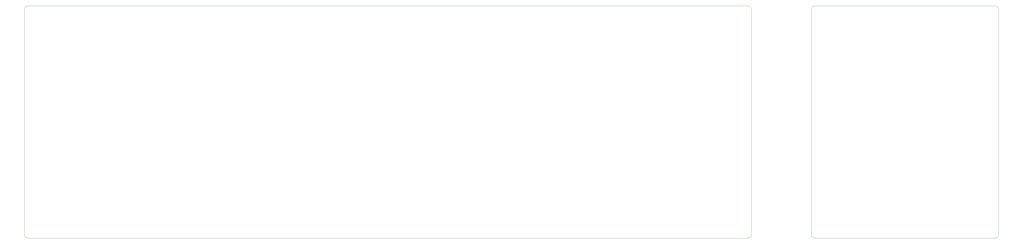
<source format=gbr>
G04 #@! TF.GenerationSoftware,KiCad,Pcbnew,(5.1.4)-1*
G04 #@! TF.CreationDate,2021-01-04T02:25:35-06:00*
G04 #@! TF.ProjectId,65Numpad,36354e75-6d70-4616-942e-6b696361645f,rev?*
G04 #@! TF.SameCoordinates,Original*
G04 #@! TF.FileFunction,Profile,NP*
%FSLAX46Y46*%
G04 Gerber Fmt 4.6, Leading zero omitted, Abs format (unit mm)*
G04 Created by KiCad (PCBNEW (5.1.4)-1) date 2021-01-04 02:25:35*
%MOMM*%
%LPD*%
G04 APERTURE LIST*
%ADD10C,0.050000*%
G04 APERTURE END LIST*
D10*
X405606250Y-47625000D02*
X329406250Y-47625000D01*
X405606250Y-47625000D02*
G75*
G02X407193750Y-49212500I0J-1587500D01*
G01*
X407193750Y-144462500D02*
X407193750Y-49212500D01*
X407193750Y-144462500D02*
G75*
G02X405606250Y-146050000I-1587500J0D01*
G01*
X329406250Y-146050000D02*
X405606250Y-146050000D01*
X329406250Y-146050000D02*
G75*
G02X327818750Y-144462500I0J1587500D01*
G01*
X327818750Y-49212500D02*
X327818750Y-144462500D01*
X327818750Y-49212500D02*
G75*
G02X329406250Y-47625000I1587500J0D01*
G01*
X302418750Y-49212500D02*
X302418750Y-144462500D01*
X-5556250Y-49212500D02*
G75*
G02X-3968750Y-47625000I1587500J0D01*
G01*
X300831250Y-146050000D02*
X78581250Y-146050000D01*
X302418750Y-144462500D02*
G75*
G02X300831250Y-146050000I-1587500J0D01*
G01*
X300831250Y-47625000D02*
G75*
G02X302418750Y-49212500I0J-1587500D01*
G01*
X-3968750Y-47625000D02*
X300831250Y-47625000D01*
X-5556250Y-144462500D02*
X-5556250Y-49212500D01*
X-3968750Y-146050000D02*
G75*
G02X-5556250Y-144462500I0J1587500D01*
G01*
X-3968750Y-146050000D02*
X78581250Y-146050000D01*
M02*

</source>
